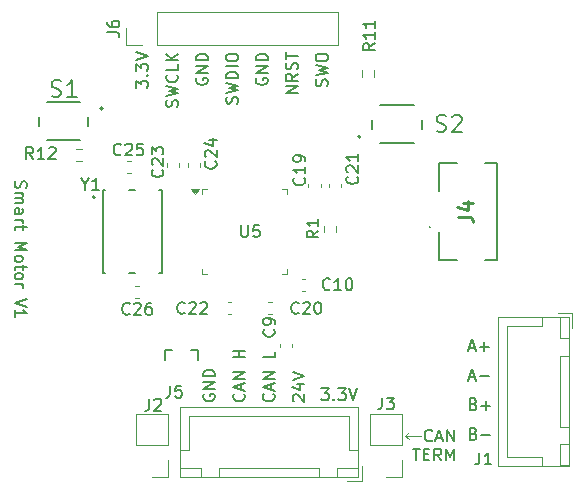
<source format=gbr>
%TF.GenerationSoftware,KiCad,Pcbnew,9.0.2*%
%TF.CreationDate,2025-07-23T20:38:51-05:00*%
%TF.ProjectId,Smart Motor,536d6172-7420-44d6-9f74-6f722e6b6963,rev?*%
%TF.SameCoordinates,Original*%
%TF.FileFunction,Legend,Top*%
%TF.FilePolarity,Positive*%
%FSLAX46Y46*%
G04 Gerber Fmt 4.6, Leading zero omitted, Abs format (unit mm)*
G04 Created by KiCad (PCBNEW 9.0.2) date 2025-07-23 20:38:51*
%MOMM*%
%LPD*%
G01*
G04 APERTURE LIST*
%ADD10C,0.100000*%
%ADD11C,0.150000*%
%ADD12C,0.254000*%
%ADD13C,0.200000*%
%ADD14C,0.120000*%
%ADD15C,0.127000*%
%ADD16C,0.203200*%
G04 APERTURE END LIST*
D10*
X154100000Y-142300000D02*
X154450000Y-142600000D01*
X154100000Y-142300000D02*
X154450000Y-142000000D01*
X155500000Y-142300000D02*
X154100000Y-142300000D01*
D11*
X156406077Y-142664636D02*
X156358458Y-142712256D01*
X156358458Y-142712256D02*
X156215601Y-142759875D01*
X156215601Y-142759875D02*
X156120363Y-142759875D01*
X156120363Y-142759875D02*
X155977506Y-142712256D01*
X155977506Y-142712256D02*
X155882268Y-142617017D01*
X155882268Y-142617017D02*
X155834649Y-142521779D01*
X155834649Y-142521779D02*
X155787030Y-142331303D01*
X155787030Y-142331303D02*
X155787030Y-142188446D01*
X155787030Y-142188446D02*
X155834649Y-141997970D01*
X155834649Y-141997970D02*
X155882268Y-141902732D01*
X155882268Y-141902732D02*
X155977506Y-141807494D01*
X155977506Y-141807494D02*
X156120363Y-141759875D01*
X156120363Y-141759875D02*
X156215601Y-141759875D01*
X156215601Y-141759875D02*
X156358458Y-141807494D01*
X156358458Y-141807494D02*
X156406077Y-141855113D01*
X156787030Y-142474160D02*
X157263220Y-142474160D01*
X156691792Y-142759875D02*
X157025125Y-141759875D01*
X157025125Y-141759875D02*
X157358458Y-142759875D01*
X157691792Y-142759875D02*
X157691792Y-141759875D01*
X157691792Y-141759875D02*
X158263220Y-142759875D01*
X158263220Y-142759875D02*
X158263220Y-141759875D01*
X154787030Y-143369819D02*
X155358458Y-143369819D01*
X155072744Y-144369819D02*
X155072744Y-143369819D01*
X155691792Y-143846009D02*
X156025125Y-143846009D01*
X156167982Y-144369819D02*
X155691792Y-144369819D01*
X155691792Y-144369819D02*
X155691792Y-143369819D01*
X155691792Y-143369819D02*
X156167982Y-143369819D01*
X157167982Y-144369819D02*
X156834649Y-143893628D01*
X156596554Y-144369819D02*
X156596554Y-143369819D01*
X156596554Y-143369819D02*
X156977506Y-143369819D01*
X156977506Y-143369819D02*
X157072744Y-143417438D01*
X157072744Y-143417438D02*
X157120363Y-143465057D01*
X157120363Y-143465057D02*
X157167982Y-143560295D01*
X157167982Y-143560295D02*
X157167982Y-143703152D01*
X157167982Y-143703152D02*
X157120363Y-143798390D01*
X157120363Y-143798390D02*
X157072744Y-143846009D01*
X157072744Y-143846009D02*
X156977506Y-143893628D01*
X156977506Y-143893628D02*
X156596554Y-143893628D01*
X157596554Y-144369819D02*
X157596554Y-143369819D01*
X157596554Y-143369819D02*
X157929887Y-144084104D01*
X157929887Y-144084104D02*
X158263220Y-143369819D01*
X158263220Y-143369819D02*
X158263220Y-144369819D01*
X147505533Y-112684649D02*
X147553152Y-112541792D01*
X147553152Y-112541792D02*
X147553152Y-112303697D01*
X147553152Y-112303697D02*
X147505533Y-112208459D01*
X147505533Y-112208459D02*
X147457913Y-112160840D01*
X147457913Y-112160840D02*
X147362675Y-112113221D01*
X147362675Y-112113221D02*
X147267437Y-112113221D01*
X147267437Y-112113221D02*
X147172199Y-112160840D01*
X147172199Y-112160840D02*
X147124580Y-112208459D01*
X147124580Y-112208459D02*
X147076961Y-112303697D01*
X147076961Y-112303697D02*
X147029342Y-112494173D01*
X147029342Y-112494173D02*
X146981723Y-112589411D01*
X146981723Y-112589411D02*
X146934104Y-112637030D01*
X146934104Y-112637030D02*
X146838866Y-112684649D01*
X146838866Y-112684649D02*
X146743628Y-112684649D01*
X146743628Y-112684649D02*
X146648390Y-112637030D01*
X146648390Y-112637030D02*
X146600771Y-112589411D01*
X146600771Y-112589411D02*
X146553152Y-112494173D01*
X146553152Y-112494173D02*
X146553152Y-112256078D01*
X146553152Y-112256078D02*
X146600771Y-112113221D01*
X146553152Y-111779887D02*
X147553152Y-111541792D01*
X147553152Y-111541792D02*
X146838866Y-111351316D01*
X146838866Y-111351316D02*
X147553152Y-111160840D01*
X147553152Y-111160840D02*
X146553152Y-110922745D01*
X146553152Y-110351316D02*
X146553152Y-110160840D01*
X146553152Y-110160840D02*
X146600771Y-110065602D01*
X146600771Y-110065602D02*
X146696009Y-109970364D01*
X146696009Y-109970364D02*
X146886485Y-109922745D01*
X146886485Y-109922745D02*
X147219818Y-109922745D01*
X147219818Y-109922745D02*
X147410294Y-109970364D01*
X147410294Y-109970364D02*
X147505533Y-110065602D01*
X147505533Y-110065602D02*
X147553152Y-110160840D01*
X147553152Y-110160840D02*
X147553152Y-110351316D01*
X147553152Y-110351316D02*
X147505533Y-110446554D01*
X147505533Y-110446554D02*
X147410294Y-110541792D01*
X147410294Y-110541792D02*
X147219818Y-110589411D01*
X147219818Y-110589411D02*
X146886485Y-110589411D01*
X146886485Y-110589411D02*
X146696009Y-110541792D01*
X146696009Y-110541792D02*
X146600771Y-110446554D01*
X146600771Y-110446554D02*
X146553152Y-110351316D01*
X145019819Y-113256078D02*
X144019819Y-113256078D01*
X144019819Y-113256078D02*
X145019819Y-112684650D01*
X145019819Y-112684650D02*
X144019819Y-112684650D01*
X145019819Y-111637031D02*
X144543628Y-111970364D01*
X145019819Y-112208459D02*
X144019819Y-112208459D01*
X144019819Y-112208459D02*
X144019819Y-111827507D01*
X144019819Y-111827507D02*
X144067438Y-111732269D01*
X144067438Y-111732269D02*
X144115057Y-111684650D01*
X144115057Y-111684650D02*
X144210295Y-111637031D01*
X144210295Y-111637031D02*
X144353152Y-111637031D01*
X144353152Y-111637031D02*
X144448390Y-111684650D01*
X144448390Y-111684650D02*
X144496009Y-111732269D01*
X144496009Y-111732269D02*
X144543628Y-111827507D01*
X144543628Y-111827507D02*
X144543628Y-112208459D01*
X144972200Y-111256078D02*
X145019819Y-111113221D01*
X145019819Y-111113221D02*
X145019819Y-110875126D01*
X145019819Y-110875126D02*
X144972200Y-110779888D01*
X144972200Y-110779888D02*
X144924580Y-110732269D01*
X144924580Y-110732269D02*
X144829342Y-110684650D01*
X144829342Y-110684650D02*
X144734104Y-110684650D01*
X144734104Y-110684650D02*
X144638866Y-110732269D01*
X144638866Y-110732269D02*
X144591247Y-110779888D01*
X144591247Y-110779888D02*
X144543628Y-110875126D01*
X144543628Y-110875126D02*
X144496009Y-111065602D01*
X144496009Y-111065602D02*
X144448390Y-111160840D01*
X144448390Y-111160840D02*
X144400771Y-111208459D01*
X144400771Y-111208459D02*
X144305533Y-111256078D01*
X144305533Y-111256078D02*
X144210295Y-111256078D01*
X144210295Y-111256078D02*
X144115057Y-111208459D01*
X144115057Y-111208459D02*
X144067438Y-111160840D01*
X144067438Y-111160840D02*
X144019819Y-111065602D01*
X144019819Y-111065602D02*
X144019819Y-110827507D01*
X144019819Y-110827507D02*
X144067438Y-110684650D01*
X144019819Y-110398935D02*
X144019819Y-109827507D01*
X145019819Y-110113221D02*
X144019819Y-110113221D01*
X141534104Y-112017983D02*
X141486485Y-112113221D01*
X141486485Y-112113221D02*
X141486485Y-112256078D01*
X141486485Y-112256078D02*
X141534104Y-112398935D01*
X141534104Y-112398935D02*
X141629342Y-112494173D01*
X141629342Y-112494173D02*
X141724580Y-112541792D01*
X141724580Y-112541792D02*
X141915056Y-112589411D01*
X141915056Y-112589411D02*
X142057913Y-112589411D01*
X142057913Y-112589411D02*
X142248389Y-112541792D01*
X142248389Y-112541792D02*
X142343627Y-112494173D01*
X142343627Y-112494173D02*
X142438866Y-112398935D01*
X142438866Y-112398935D02*
X142486485Y-112256078D01*
X142486485Y-112256078D02*
X142486485Y-112160840D01*
X142486485Y-112160840D02*
X142438866Y-112017983D01*
X142438866Y-112017983D02*
X142391246Y-111970364D01*
X142391246Y-111970364D02*
X142057913Y-111970364D01*
X142057913Y-111970364D02*
X142057913Y-112160840D01*
X142486485Y-111541792D02*
X141486485Y-111541792D01*
X141486485Y-111541792D02*
X142486485Y-110970364D01*
X142486485Y-110970364D02*
X141486485Y-110970364D01*
X142486485Y-110494173D02*
X141486485Y-110494173D01*
X141486485Y-110494173D02*
X141486485Y-110256078D01*
X141486485Y-110256078D02*
X141534104Y-110113221D01*
X141534104Y-110113221D02*
X141629342Y-110017983D01*
X141629342Y-110017983D02*
X141724580Y-109970364D01*
X141724580Y-109970364D02*
X141915056Y-109922745D01*
X141915056Y-109922745D02*
X142057913Y-109922745D01*
X142057913Y-109922745D02*
X142248389Y-109970364D01*
X142248389Y-109970364D02*
X142343627Y-110017983D01*
X142343627Y-110017983D02*
X142438866Y-110113221D01*
X142438866Y-110113221D02*
X142486485Y-110256078D01*
X142486485Y-110256078D02*
X142486485Y-110494173D01*
X139905533Y-114160839D02*
X139953152Y-114017982D01*
X139953152Y-114017982D02*
X139953152Y-113779887D01*
X139953152Y-113779887D02*
X139905533Y-113684649D01*
X139905533Y-113684649D02*
X139857913Y-113637030D01*
X139857913Y-113637030D02*
X139762675Y-113589411D01*
X139762675Y-113589411D02*
X139667437Y-113589411D01*
X139667437Y-113589411D02*
X139572199Y-113637030D01*
X139572199Y-113637030D02*
X139524580Y-113684649D01*
X139524580Y-113684649D02*
X139476961Y-113779887D01*
X139476961Y-113779887D02*
X139429342Y-113970363D01*
X139429342Y-113970363D02*
X139381723Y-114065601D01*
X139381723Y-114065601D02*
X139334104Y-114113220D01*
X139334104Y-114113220D02*
X139238866Y-114160839D01*
X139238866Y-114160839D02*
X139143628Y-114160839D01*
X139143628Y-114160839D02*
X139048390Y-114113220D01*
X139048390Y-114113220D02*
X139000771Y-114065601D01*
X139000771Y-114065601D02*
X138953152Y-113970363D01*
X138953152Y-113970363D02*
X138953152Y-113732268D01*
X138953152Y-113732268D02*
X139000771Y-113589411D01*
X138953152Y-113256077D02*
X139953152Y-113017982D01*
X139953152Y-113017982D02*
X139238866Y-112827506D01*
X139238866Y-112827506D02*
X139953152Y-112637030D01*
X139953152Y-112637030D02*
X138953152Y-112398935D01*
X139953152Y-112017982D02*
X138953152Y-112017982D01*
X138953152Y-112017982D02*
X138953152Y-111779887D01*
X138953152Y-111779887D02*
X139000771Y-111637030D01*
X139000771Y-111637030D02*
X139096009Y-111541792D01*
X139096009Y-111541792D02*
X139191247Y-111494173D01*
X139191247Y-111494173D02*
X139381723Y-111446554D01*
X139381723Y-111446554D02*
X139524580Y-111446554D01*
X139524580Y-111446554D02*
X139715056Y-111494173D01*
X139715056Y-111494173D02*
X139810294Y-111541792D01*
X139810294Y-111541792D02*
X139905533Y-111637030D01*
X139905533Y-111637030D02*
X139953152Y-111779887D01*
X139953152Y-111779887D02*
X139953152Y-112017982D01*
X139953152Y-111017982D02*
X138953152Y-111017982D01*
X138953152Y-110351316D02*
X138953152Y-110160840D01*
X138953152Y-110160840D02*
X139000771Y-110065602D01*
X139000771Y-110065602D02*
X139096009Y-109970364D01*
X139096009Y-109970364D02*
X139286485Y-109922745D01*
X139286485Y-109922745D02*
X139619818Y-109922745D01*
X139619818Y-109922745D02*
X139810294Y-109970364D01*
X139810294Y-109970364D02*
X139905533Y-110065602D01*
X139905533Y-110065602D02*
X139953152Y-110160840D01*
X139953152Y-110160840D02*
X139953152Y-110351316D01*
X139953152Y-110351316D02*
X139905533Y-110446554D01*
X139905533Y-110446554D02*
X139810294Y-110541792D01*
X139810294Y-110541792D02*
X139619818Y-110589411D01*
X139619818Y-110589411D02*
X139286485Y-110589411D01*
X139286485Y-110589411D02*
X139096009Y-110541792D01*
X139096009Y-110541792D02*
X139000771Y-110446554D01*
X139000771Y-110446554D02*
X138953152Y-110351316D01*
X136467438Y-112017983D02*
X136419819Y-112113221D01*
X136419819Y-112113221D02*
X136419819Y-112256078D01*
X136419819Y-112256078D02*
X136467438Y-112398935D01*
X136467438Y-112398935D02*
X136562676Y-112494173D01*
X136562676Y-112494173D02*
X136657914Y-112541792D01*
X136657914Y-112541792D02*
X136848390Y-112589411D01*
X136848390Y-112589411D02*
X136991247Y-112589411D01*
X136991247Y-112589411D02*
X137181723Y-112541792D01*
X137181723Y-112541792D02*
X137276961Y-112494173D01*
X137276961Y-112494173D02*
X137372200Y-112398935D01*
X137372200Y-112398935D02*
X137419819Y-112256078D01*
X137419819Y-112256078D02*
X137419819Y-112160840D01*
X137419819Y-112160840D02*
X137372200Y-112017983D01*
X137372200Y-112017983D02*
X137324580Y-111970364D01*
X137324580Y-111970364D02*
X136991247Y-111970364D01*
X136991247Y-111970364D02*
X136991247Y-112160840D01*
X137419819Y-111541792D02*
X136419819Y-111541792D01*
X136419819Y-111541792D02*
X137419819Y-110970364D01*
X137419819Y-110970364D02*
X136419819Y-110970364D01*
X137419819Y-110494173D02*
X136419819Y-110494173D01*
X136419819Y-110494173D02*
X136419819Y-110256078D01*
X136419819Y-110256078D02*
X136467438Y-110113221D01*
X136467438Y-110113221D02*
X136562676Y-110017983D01*
X136562676Y-110017983D02*
X136657914Y-109970364D01*
X136657914Y-109970364D02*
X136848390Y-109922745D01*
X136848390Y-109922745D02*
X136991247Y-109922745D01*
X136991247Y-109922745D02*
X137181723Y-109970364D01*
X137181723Y-109970364D02*
X137276961Y-110017983D01*
X137276961Y-110017983D02*
X137372200Y-110113221D01*
X137372200Y-110113221D02*
X137419819Y-110256078D01*
X137419819Y-110256078D02*
X137419819Y-110494173D01*
X134838866Y-114446554D02*
X134886485Y-114303697D01*
X134886485Y-114303697D02*
X134886485Y-114065602D01*
X134886485Y-114065602D02*
X134838866Y-113970364D01*
X134838866Y-113970364D02*
X134791246Y-113922745D01*
X134791246Y-113922745D02*
X134696008Y-113875126D01*
X134696008Y-113875126D02*
X134600770Y-113875126D01*
X134600770Y-113875126D02*
X134505532Y-113922745D01*
X134505532Y-113922745D02*
X134457913Y-113970364D01*
X134457913Y-113970364D02*
X134410294Y-114065602D01*
X134410294Y-114065602D02*
X134362675Y-114256078D01*
X134362675Y-114256078D02*
X134315056Y-114351316D01*
X134315056Y-114351316D02*
X134267437Y-114398935D01*
X134267437Y-114398935D02*
X134172199Y-114446554D01*
X134172199Y-114446554D02*
X134076961Y-114446554D01*
X134076961Y-114446554D02*
X133981723Y-114398935D01*
X133981723Y-114398935D02*
X133934104Y-114351316D01*
X133934104Y-114351316D02*
X133886485Y-114256078D01*
X133886485Y-114256078D02*
X133886485Y-114017983D01*
X133886485Y-114017983D02*
X133934104Y-113875126D01*
X133886485Y-113541792D02*
X134886485Y-113303697D01*
X134886485Y-113303697D02*
X134172199Y-113113221D01*
X134172199Y-113113221D02*
X134886485Y-112922745D01*
X134886485Y-112922745D02*
X133886485Y-112684650D01*
X134791246Y-111732269D02*
X134838866Y-111779888D01*
X134838866Y-111779888D02*
X134886485Y-111922745D01*
X134886485Y-111922745D02*
X134886485Y-112017983D01*
X134886485Y-112017983D02*
X134838866Y-112160840D01*
X134838866Y-112160840D02*
X134743627Y-112256078D01*
X134743627Y-112256078D02*
X134648389Y-112303697D01*
X134648389Y-112303697D02*
X134457913Y-112351316D01*
X134457913Y-112351316D02*
X134315056Y-112351316D01*
X134315056Y-112351316D02*
X134124580Y-112303697D01*
X134124580Y-112303697D02*
X134029342Y-112256078D01*
X134029342Y-112256078D02*
X133934104Y-112160840D01*
X133934104Y-112160840D02*
X133886485Y-112017983D01*
X133886485Y-112017983D02*
X133886485Y-111922745D01*
X133886485Y-111922745D02*
X133934104Y-111779888D01*
X133934104Y-111779888D02*
X133981723Y-111732269D01*
X134886485Y-110827507D02*
X134886485Y-111303697D01*
X134886485Y-111303697D02*
X133886485Y-111303697D01*
X134886485Y-110494173D02*
X133886485Y-110494173D01*
X134886485Y-109922745D02*
X134315056Y-110351316D01*
X133886485Y-109922745D02*
X134457913Y-110494173D01*
X131353152Y-112827506D02*
X131353152Y-112208459D01*
X131353152Y-112208459D02*
X131734104Y-112541792D01*
X131734104Y-112541792D02*
X131734104Y-112398935D01*
X131734104Y-112398935D02*
X131781723Y-112303697D01*
X131781723Y-112303697D02*
X131829342Y-112256078D01*
X131829342Y-112256078D02*
X131924580Y-112208459D01*
X131924580Y-112208459D02*
X132162675Y-112208459D01*
X132162675Y-112208459D02*
X132257913Y-112256078D01*
X132257913Y-112256078D02*
X132305533Y-112303697D01*
X132305533Y-112303697D02*
X132353152Y-112398935D01*
X132353152Y-112398935D02*
X132353152Y-112684649D01*
X132353152Y-112684649D02*
X132305533Y-112779887D01*
X132305533Y-112779887D02*
X132257913Y-112827506D01*
X132257913Y-111779887D02*
X132305533Y-111732268D01*
X132305533Y-111732268D02*
X132353152Y-111779887D01*
X132353152Y-111779887D02*
X132305533Y-111827506D01*
X132305533Y-111827506D02*
X132257913Y-111779887D01*
X132257913Y-111779887D02*
X132353152Y-111779887D01*
X131353152Y-111398935D02*
X131353152Y-110779888D01*
X131353152Y-110779888D02*
X131734104Y-111113221D01*
X131734104Y-111113221D02*
X131734104Y-110970364D01*
X131734104Y-110970364D02*
X131781723Y-110875126D01*
X131781723Y-110875126D02*
X131829342Y-110827507D01*
X131829342Y-110827507D02*
X131924580Y-110779888D01*
X131924580Y-110779888D02*
X132162675Y-110779888D01*
X132162675Y-110779888D02*
X132257913Y-110827507D01*
X132257913Y-110827507D02*
X132305533Y-110875126D01*
X132305533Y-110875126D02*
X132353152Y-110970364D01*
X132353152Y-110970364D02*
X132353152Y-111256078D01*
X132353152Y-111256078D02*
X132305533Y-111351316D01*
X132305533Y-111351316D02*
X132257913Y-111398935D01*
X131353152Y-110494173D02*
X132353152Y-110160840D01*
X132353152Y-110160840D02*
X131353152Y-109827507D01*
X137067438Y-138785911D02*
X137019819Y-138881149D01*
X137019819Y-138881149D02*
X137019819Y-139024006D01*
X137019819Y-139024006D02*
X137067438Y-139166863D01*
X137067438Y-139166863D02*
X137162676Y-139262101D01*
X137162676Y-139262101D02*
X137257914Y-139309720D01*
X137257914Y-139309720D02*
X137448390Y-139357339D01*
X137448390Y-139357339D02*
X137591247Y-139357339D01*
X137591247Y-139357339D02*
X137781723Y-139309720D01*
X137781723Y-139309720D02*
X137876961Y-139262101D01*
X137876961Y-139262101D02*
X137972200Y-139166863D01*
X137972200Y-139166863D02*
X138019819Y-139024006D01*
X138019819Y-139024006D02*
X138019819Y-138928768D01*
X138019819Y-138928768D02*
X137972200Y-138785911D01*
X137972200Y-138785911D02*
X137924580Y-138738292D01*
X137924580Y-138738292D02*
X137591247Y-138738292D01*
X137591247Y-138738292D02*
X137591247Y-138928768D01*
X138019819Y-138309720D02*
X137019819Y-138309720D01*
X137019819Y-138309720D02*
X138019819Y-137738292D01*
X138019819Y-137738292D02*
X137019819Y-137738292D01*
X138019819Y-137262101D02*
X137019819Y-137262101D01*
X137019819Y-137262101D02*
X137019819Y-137024006D01*
X137019819Y-137024006D02*
X137067438Y-136881149D01*
X137067438Y-136881149D02*
X137162676Y-136785911D01*
X137162676Y-136785911D02*
X137257914Y-136738292D01*
X137257914Y-136738292D02*
X137448390Y-136690673D01*
X137448390Y-136690673D02*
X137591247Y-136690673D01*
X137591247Y-136690673D02*
X137781723Y-136738292D01*
X137781723Y-136738292D02*
X137876961Y-136785911D01*
X137876961Y-136785911D02*
X137972200Y-136881149D01*
X137972200Y-136881149D02*
X138019819Y-137024006D01*
X138019819Y-137024006D02*
X138019819Y-137262101D01*
X147041541Y-138269819D02*
X147660588Y-138269819D01*
X147660588Y-138269819D02*
X147327255Y-138650771D01*
X147327255Y-138650771D02*
X147470112Y-138650771D01*
X147470112Y-138650771D02*
X147565350Y-138698390D01*
X147565350Y-138698390D02*
X147612969Y-138746009D01*
X147612969Y-138746009D02*
X147660588Y-138841247D01*
X147660588Y-138841247D02*
X147660588Y-139079342D01*
X147660588Y-139079342D02*
X147612969Y-139174580D01*
X147612969Y-139174580D02*
X147565350Y-139222200D01*
X147565350Y-139222200D02*
X147470112Y-139269819D01*
X147470112Y-139269819D02*
X147184398Y-139269819D01*
X147184398Y-139269819D02*
X147089160Y-139222200D01*
X147089160Y-139222200D02*
X147041541Y-139174580D01*
X148089160Y-139174580D02*
X148136779Y-139222200D01*
X148136779Y-139222200D02*
X148089160Y-139269819D01*
X148089160Y-139269819D02*
X148041541Y-139222200D01*
X148041541Y-139222200D02*
X148089160Y-139174580D01*
X148089160Y-139174580D02*
X148089160Y-139269819D01*
X148470112Y-138269819D02*
X149089159Y-138269819D01*
X149089159Y-138269819D02*
X148755826Y-138650771D01*
X148755826Y-138650771D02*
X148898683Y-138650771D01*
X148898683Y-138650771D02*
X148993921Y-138698390D01*
X148993921Y-138698390D02*
X149041540Y-138746009D01*
X149041540Y-138746009D02*
X149089159Y-138841247D01*
X149089159Y-138841247D02*
X149089159Y-139079342D01*
X149089159Y-139079342D02*
X149041540Y-139174580D01*
X149041540Y-139174580D02*
X148993921Y-139222200D01*
X148993921Y-139222200D02*
X148898683Y-139269819D01*
X148898683Y-139269819D02*
X148612969Y-139269819D01*
X148612969Y-139269819D02*
X148517731Y-139222200D01*
X148517731Y-139222200D02*
X148470112Y-139174580D01*
X149374874Y-138269819D02*
X149708207Y-139269819D01*
X149708207Y-139269819D02*
X150041540Y-138269819D01*
X144690057Y-139357339D02*
X144642438Y-139309720D01*
X144642438Y-139309720D02*
X144594819Y-139214482D01*
X144594819Y-139214482D02*
X144594819Y-138976387D01*
X144594819Y-138976387D02*
X144642438Y-138881149D01*
X144642438Y-138881149D02*
X144690057Y-138833530D01*
X144690057Y-138833530D02*
X144785295Y-138785911D01*
X144785295Y-138785911D02*
X144880533Y-138785911D01*
X144880533Y-138785911D02*
X145023390Y-138833530D01*
X145023390Y-138833530D02*
X145594819Y-139404958D01*
X145594819Y-139404958D02*
X145594819Y-138785911D01*
X144928152Y-137928768D02*
X145594819Y-137928768D01*
X144547200Y-138166863D02*
X145261485Y-138404958D01*
X145261485Y-138404958D02*
X145261485Y-137785911D01*
X144594819Y-137547815D02*
X145594819Y-137214482D01*
X145594819Y-137214482D02*
X144594819Y-136881149D01*
X142974580Y-138738292D02*
X143022200Y-138785911D01*
X143022200Y-138785911D02*
X143069819Y-138928768D01*
X143069819Y-138928768D02*
X143069819Y-139024006D01*
X143069819Y-139024006D02*
X143022200Y-139166863D01*
X143022200Y-139166863D02*
X142926961Y-139262101D01*
X142926961Y-139262101D02*
X142831723Y-139309720D01*
X142831723Y-139309720D02*
X142641247Y-139357339D01*
X142641247Y-139357339D02*
X142498390Y-139357339D01*
X142498390Y-139357339D02*
X142307914Y-139309720D01*
X142307914Y-139309720D02*
X142212676Y-139262101D01*
X142212676Y-139262101D02*
X142117438Y-139166863D01*
X142117438Y-139166863D02*
X142069819Y-139024006D01*
X142069819Y-139024006D02*
X142069819Y-138928768D01*
X142069819Y-138928768D02*
X142117438Y-138785911D01*
X142117438Y-138785911D02*
X142165057Y-138738292D01*
X142784104Y-138357339D02*
X142784104Y-137881149D01*
X143069819Y-138452577D02*
X142069819Y-138119244D01*
X142069819Y-138119244D02*
X143069819Y-137785911D01*
X143069819Y-137452577D02*
X142069819Y-137452577D01*
X142069819Y-137452577D02*
X143069819Y-136881149D01*
X143069819Y-136881149D02*
X142069819Y-136881149D01*
X143069819Y-135166863D02*
X143069819Y-135643053D01*
X143069819Y-135643053D02*
X142069819Y-135643053D01*
X140449580Y-138738292D02*
X140497200Y-138785911D01*
X140497200Y-138785911D02*
X140544819Y-138928768D01*
X140544819Y-138928768D02*
X140544819Y-139024006D01*
X140544819Y-139024006D02*
X140497200Y-139166863D01*
X140497200Y-139166863D02*
X140401961Y-139262101D01*
X140401961Y-139262101D02*
X140306723Y-139309720D01*
X140306723Y-139309720D02*
X140116247Y-139357339D01*
X140116247Y-139357339D02*
X139973390Y-139357339D01*
X139973390Y-139357339D02*
X139782914Y-139309720D01*
X139782914Y-139309720D02*
X139687676Y-139262101D01*
X139687676Y-139262101D02*
X139592438Y-139166863D01*
X139592438Y-139166863D02*
X139544819Y-139024006D01*
X139544819Y-139024006D02*
X139544819Y-138928768D01*
X139544819Y-138928768D02*
X139592438Y-138785911D01*
X139592438Y-138785911D02*
X139640057Y-138738292D01*
X140259104Y-138357339D02*
X140259104Y-137881149D01*
X140544819Y-138452577D02*
X139544819Y-138119244D01*
X139544819Y-138119244D02*
X140544819Y-137785911D01*
X140544819Y-137452577D02*
X139544819Y-137452577D01*
X139544819Y-137452577D02*
X140544819Y-136881149D01*
X140544819Y-136881149D02*
X139544819Y-136881149D01*
X140544819Y-135643053D02*
X139544819Y-135643053D01*
X140021009Y-135643053D02*
X140021009Y-135071625D01*
X140544819Y-135071625D02*
X139544819Y-135071625D01*
X159920112Y-142096009D02*
X160062969Y-142143628D01*
X160062969Y-142143628D02*
X160110588Y-142191247D01*
X160110588Y-142191247D02*
X160158207Y-142286485D01*
X160158207Y-142286485D02*
X160158207Y-142429342D01*
X160158207Y-142429342D02*
X160110588Y-142524580D01*
X160110588Y-142524580D02*
X160062969Y-142572200D01*
X160062969Y-142572200D02*
X159967731Y-142619819D01*
X159967731Y-142619819D02*
X159586779Y-142619819D01*
X159586779Y-142619819D02*
X159586779Y-141619819D01*
X159586779Y-141619819D02*
X159920112Y-141619819D01*
X159920112Y-141619819D02*
X160015350Y-141667438D01*
X160015350Y-141667438D02*
X160062969Y-141715057D01*
X160062969Y-141715057D02*
X160110588Y-141810295D01*
X160110588Y-141810295D02*
X160110588Y-141905533D01*
X160110588Y-141905533D02*
X160062969Y-142000771D01*
X160062969Y-142000771D02*
X160015350Y-142048390D01*
X160015350Y-142048390D02*
X159920112Y-142096009D01*
X159920112Y-142096009D02*
X159586779Y-142096009D01*
X160586779Y-142238866D02*
X161348684Y-142238866D01*
X159920112Y-139596009D02*
X160062969Y-139643628D01*
X160062969Y-139643628D02*
X160110588Y-139691247D01*
X160110588Y-139691247D02*
X160158207Y-139786485D01*
X160158207Y-139786485D02*
X160158207Y-139929342D01*
X160158207Y-139929342D02*
X160110588Y-140024580D01*
X160110588Y-140024580D02*
X160062969Y-140072200D01*
X160062969Y-140072200D02*
X159967731Y-140119819D01*
X159967731Y-140119819D02*
X159586779Y-140119819D01*
X159586779Y-140119819D02*
X159586779Y-139119819D01*
X159586779Y-139119819D02*
X159920112Y-139119819D01*
X159920112Y-139119819D02*
X160015350Y-139167438D01*
X160015350Y-139167438D02*
X160062969Y-139215057D01*
X160062969Y-139215057D02*
X160110588Y-139310295D01*
X160110588Y-139310295D02*
X160110588Y-139405533D01*
X160110588Y-139405533D02*
X160062969Y-139500771D01*
X160062969Y-139500771D02*
X160015350Y-139548390D01*
X160015350Y-139548390D02*
X159920112Y-139596009D01*
X159920112Y-139596009D02*
X159586779Y-139596009D01*
X160586779Y-139738866D02*
X161348684Y-139738866D01*
X160967731Y-140119819D02*
X160967731Y-139357914D01*
X121127800Y-120739160D02*
X121080180Y-120882017D01*
X121080180Y-120882017D02*
X121080180Y-121120112D01*
X121080180Y-121120112D02*
X121127800Y-121215350D01*
X121127800Y-121215350D02*
X121175419Y-121262969D01*
X121175419Y-121262969D02*
X121270657Y-121310588D01*
X121270657Y-121310588D02*
X121365895Y-121310588D01*
X121365895Y-121310588D02*
X121461133Y-121262969D01*
X121461133Y-121262969D02*
X121508752Y-121215350D01*
X121508752Y-121215350D02*
X121556371Y-121120112D01*
X121556371Y-121120112D02*
X121603990Y-120929636D01*
X121603990Y-120929636D02*
X121651609Y-120834398D01*
X121651609Y-120834398D02*
X121699228Y-120786779D01*
X121699228Y-120786779D02*
X121794466Y-120739160D01*
X121794466Y-120739160D02*
X121889704Y-120739160D01*
X121889704Y-120739160D02*
X121984942Y-120786779D01*
X121984942Y-120786779D02*
X122032561Y-120834398D01*
X122032561Y-120834398D02*
X122080180Y-120929636D01*
X122080180Y-120929636D02*
X122080180Y-121167731D01*
X122080180Y-121167731D02*
X122032561Y-121310588D01*
X121080180Y-121739160D02*
X121746847Y-121739160D01*
X121651609Y-121739160D02*
X121699228Y-121786779D01*
X121699228Y-121786779D02*
X121746847Y-121882017D01*
X121746847Y-121882017D02*
X121746847Y-122024874D01*
X121746847Y-122024874D02*
X121699228Y-122120112D01*
X121699228Y-122120112D02*
X121603990Y-122167731D01*
X121603990Y-122167731D02*
X121080180Y-122167731D01*
X121603990Y-122167731D02*
X121699228Y-122215350D01*
X121699228Y-122215350D02*
X121746847Y-122310588D01*
X121746847Y-122310588D02*
X121746847Y-122453445D01*
X121746847Y-122453445D02*
X121699228Y-122548684D01*
X121699228Y-122548684D02*
X121603990Y-122596303D01*
X121603990Y-122596303D02*
X121080180Y-122596303D01*
X121080180Y-123501064D02*
X121603990Y-123501064D01*
X121603990Y-123501064D02*
X121699228Y-123453445D01*
X121699228Y-123453445D02*
X121746847Y-123358207D01*
X121746847Y-123358207D02*
X121746847Y-123167731D01*
X121746847Y-123167731D02*
X121699228Y-123072493D01*
X121127800Y-123501064D02*
X121080180Y-123405826D01*
X121080180Y-123405826D02*
X121080180Y-123167731D01*
X121080180Y-123167731D02*
X121127800Y-123072493D01*
X121127800Y-123072493D02*
X121223038Y-123024874D01*
X121223038Y-123024874D02*
X121318276Y-123024874D01*
X121318276Y-123024874D02*
X121413514Y-123072493D01*
X121413514Y-123072493D02*
X121461133Y-123167731D01*
X121461133Y-123167731D02*
X121461133Y-123405826D01*
X121461133Y-123405826D02*
X121508752Y-123501064D01*
X121080180Y-123977255D02*
X121746847Y-123977255D01*
X121556371Y-123977255D02*
X121651609Y-124024874D01*
X121651609Y-124024874D02*
X121699228Y-124072493D01*
X121699228Y-124072493D02*
X121746847Y-124167731D01*
X121746847Y-124167731D02*
X121746847Y-124262969D01*
X121746847Y-124453446D02*
X121746847Y-124834398D01*
X122080180Y-124596303D02*
X121223038Y-124596303D01*
X121223038Y-124596303D02*
X121127800Y-124643922D01*
X121127800Y-124643922D02*
X121080180Y-124739160D01*
X121080180Y-124739160D02*
X121080180Y-124834398D01*
X121080180Y-125929637D02*
X122080180Y-125929637D01*
X122080180Y-125929637D02*
X121365895Y-126262970D01*
X121365895Y-126262970D02*
X122080180Y-126596303D01*
X122080180Y-126596303D02*
X121080180Y-126596303D01*
X121080180Y-127215351D02*
X121127800Y-127120113D01*
X121127800Y-127120113D02*
X121175419Y-127072494D01*
X121175419Y-127072494D02*
X121270657Y-127024875D01*
X121270657Y-127024875D02*
X121556371Y-127024875D01*
X121556371Y-127024875D02*
X121651609Y-127072494D01*
X121651609Y-127072494D02*
X121699228Y-127120113D01*
X121699228Y-127120113D02*
X121746847Y-127215351D01*
X121746847Y-127215351D02*
X121746847Y-127358208D01*
X121746847Y-127358208D02*
X121699228Y-127453446D01*
X121699228Y-127453446D02*
X121651609Y-127501065D01*
X121651609Y-127501065D02*
X121556371Y-127548684D01*
X121556371Y-127548684D02*
X121270657Y-127548684D01*
X121270657Y-127548684D02*
X121175419Y-127501065D01*
X121175419Y-127501065D02*
X121127800Y-127453446D01*
X121127800Y-127453446D02*
X121080180Y-127358208D01*
X121080180Y-127358208D02*
X121080180Y-127215351D01*
X121746847Y-127834399D02*
X121746847Y-128215351D01*
X122080180Y-127977256D02*
X121223038Y-127977256D01*
X121223038Y-127977256D02*
X121127800Y-128024875D01*
X121127800Y-128024875D02*
X121080180Y-128120113D01*
X121080180Y-128120113D02*
X121080180Y-128215351D01*
X121080180Y-128691542D02*
X121127800Y-128596304D01*
X121127800Y-128596304D02*
X121175419Y-128548685D01*
X121175419Y-128548685D02*
X121270657Y-128501066D01*
X121270657Y-128501066D02*
X121556371Y-128501066D01*
X121556371Y-128501066D02*
X121651609Y-128548685D01*
X121651609Y-128548685D02*
X121699228Y-128596304D01*
X121699228Y-128596304D02*
X121746847Y-128691542D01*
X121746847Y-128691542D02*
X121746847Y-128834399D01*
X121746847Y-128834399D02*
X121699228Y-128929637D01*
X121699228Y-128929637D02*
X121651609Y-128977256D01*
X121651609Y-128977256D02*
X121556371Y-129024875D01*
X121556371Y-129024875D02*
X121270657Y-129024875D01*
X121270657Y-129024875D02*
X121175419Y-128977256D01*
X121175419Y-128977256D02*
X121127800Y-128929637D01*
X121127800Y-128929637D02*
X121080180Y-128834399D01*
X121080180Y-128834399D02*
X121080180Y-128691542D01*
X121080180Y-129453447D02*
X121746847Y-129453447D01*
X121556371Y-129453447D02*
X121651609Y-129501066D01*
X121651609Y-129501066D02*
X121699228Y-129548685D01*
X121699228Y-129548685D02*
X121746847Y-129643923D01*
X121746847Y-129643923D02*
X121746847Y-129739161D01*
X122080180Y-130691543D02*
X121080180Y-131024876D01*
X121080180Y-131024876D02*
X122080180Y-131358209D01*
X121080180Y-132215352D02*
X121080180Y-131643924D01*
X121080180Y-131929638D02*
X122080180Y-131929638D01*
X122080180Y-131929638D02*
X121937323Y-131834400D01*
X121937323Y-131834400D02*
X121842085Y-131739162D01*
X121842085Y-131739162D02*
X121794466Y-131643924D01*
X159539160Y-134834104D02*
X160015350Y-134834104D01*
X159443922Y-135119819D02*
X159777255Y-134119819D01*
X159777255Y-134119819D02*
X160110588Y-135119819D01*
X160443922Y-134738866D02*
X161205827Y-134738866D01*
X160824874Y-135119819D02*
X160824874Y-134357914D01*
X159539160Y-137334104D02*
X160015350Y-137334104D01*
X159443922Y-137619819D02*
X159777255Y-136619819D01*
X159777255Y-136619819D02*
X160110588Y-137619819D01*
X160443922Y-137238866D02*
X161205827Y-137238866D01*
D12*
X158614318Y-123724332D02*
X159521461Y-123724332D01*
X159521461Y-123724332D02*
X159702889Y-123784809D01*
X159702889Y-123784809D02*
X159823842Y-123905761D01*
X159823842Y-123905761D02*
X159884318Y-124087190D01*
X159884318Y-124087190D02*
X159884318Y-124208142D01*
X159037651Y-122575285D02*
X159884318Y-122575285D01*
X158553842Y-122877666D02*
X159460984Y-123180047D01*
X159460984Y-123180047D02*
X159460984Y-122393856D01*
D11*
X130057142Y-118459580D02*
X130009523Y-118507200D01*
X130009523Y-118507200D02*
X129866666Y-118554819D01*
X129866666Y-118554819D02*
X129771428Y-118554819D01*
X129771428Y-118554819D02*
X129628571Y-118507200D01*
X129628571Y-118507200D02*
X129533333Y-118411961D01*
X129533333Y-118411961D02*
X129485714Y-118316723D01*
X129485714Y-118316723D02*
X129438095Y-118126247D01*
X129438095Y-118126247D02*
X129438095Y-117983390D01*
X129438095Y-117983390D02*
X129485714Y-117792914D01*
X129485714Y-117792914D02*
X129533333Y-117697676D01*
X129533333Y-117697676D02*
X129628571Y-117602438D01*
X129628571Y-117602438D02*
X129771428Y-117554819D01*
X129771428Y-117554819D02*
X129866666Y-117554819D01*
X129866666Y-117554819D02*
X130009523Y-117602438D01*
X130009523Y-117602438D02*
X130057142Y-117650057D01*
X130438095Y-117650057D02*
X130485714Y-117602438D01*
X130485714Y-117602438D02*
X130580952Y-117554819D01*
X130580952Y-117554819D02*
X130819047Y-117554819D01*
X130819047Y-117554819D02*
X130914285Y-117602438D01*
X130914285Y-117602438D02*
X130961904Y-117650057D01*
X130961904Y-117650057D02*
X131009523Y-117745295D01*
X131009523Y-117745295D02*
X131009523Y-117840533D01*
X131009523Y-117840533D02*
X130961904Y-117983390D01*
X130961904Y-117983390D02*
X130390476Y-118554819D01*
X130390476Y-118554819D02*
X131009523Y-118554819D01*
X131914285Y-117554819D02*
X131438095Y-117554819D01*
X131438095Y-117554819D02*
X131390476Y-118031009D01*
X131390476Y-118031009D02*
X131438095Y-117983390D01*
X131438095Y-117983390D02*
X131533333Y-117935771D01*
X131533333Y-117935771D02*
X131771428Y-117935771D01*
X131771428Y-117935771D02*
X131866666Y-117983390D01*
X131866666Y-117983390D02*
X131914285Y-118031009D01*
X131914285Y-118031009D02*
X131961904Y-118126247D01*
X131961904Y-118126247D02*
X131961904Y-118364342D01*
X131961904Y-118364342D02*
X131914285Y-118459580D01*
X131914285Y-118459580D02*
X131866666Y-118507200D01*
X131866666Y-118507200D02*
X131771428Y-118554819D01*
X131771428Y-118554819D02*
X131533333Y-118554819D01*
X131533333Y-118554819D02*
X131438095Y-118507200D01*
X131438095Y-118507200D02*
X131390476Y-118459580D01*
X145107142Y-131859580D02*
X145059523Y-131907200D01*
X145059523Y-131907200D02*
X144916666Y-131954819D01*
X144916666Y-131954819D02*
X144821428Y-131954819D01*
X144821428Y-131954819D02*
X144678571Y-131907200D01*
X144678571Y-131907200D02*
X144583333Y-131811961D01*
X144583333Y-131811961D02*
X144535714Y-131716723D01*
X144535714Y-131716723D02*
X144488095Y-131526247D01*
X144488095Y-131526247D02*
X144488095Y-131383390D01*
X144488095Y-131383390D02*
X144535714Y-131192914D01*
X144535714Y-131192914D02*
X144583333Y-131097676D01*
X144583333Y-131097676D02*
X144678571Y-131002438D01*
X144678571Y-131002438D02*
X144821428Y-130954819D01*
X144821428Y-130954819D02*
X144916666Y-130954819D01*
X144916666Y-130954819D02*
X145059523Y-131002438D01*
X145059523Y-131002438D02*
X145107142Y-131050057D01*
X145488095Y-131050057D02*
X145535714Y-131002438D01*
X145535714Y-131002438D02*
X145630952Y-130954819D01*
X145630952Y-130954819D02*
X145869047Y-130954819D01*
X145869047Y-130954819D02*
X145964285Y-131002438D01*
X145964285Y-131002438D02*
X146011904Y-131050057D01*
X146011904Y-131050057D02*
X146059523Y-131145295D01*
X146059523Y-131145295D02*
X146059523Y-131240533D01*
X146059523Y-131240533D02*
X146011904Y-131383390D01*
X146011904Y-131383390D02*
X145440476Y-131954819D01*
X145440476Y-131954819D02*
X146059523Y-131954819D01*
X146678571Y-130954819D02*
X146773809Y-130954819D01*
X146773809Y-130954819D02*
X146869047Y-131002438D01*
X146869047Y-131002438D02*
X146916666Y-131050057D01*
X146916666Y-131050057D02*
X146964285Y-131145295D01*
X146964285Y-131145295D02*
X147011904Y-131335771D01*
X147011904Y-131335771D02*
X147011904Y-131573866D01*
X147011904Y-131573866D02*
X146964285Y-131764342D01*
X146964285Y-131764342D02*
X146916666Y-131859580D01*
X146916666Y-131859580D02*
X146869047Y-131907200D01*
X146869047Y-131907200D02*
X146773809Y-131954819D01*
X146773809Y-131954819D02*
X146678571Y-131954819D01*
X146678571Y-131954819D02*
X146583333Y-131907200D01*
X146583333Y-131907200D02*
X146535714Y-131859580D01*
X146535714Y-131859580D02*
X146488095Y-131764342D01*
X146488095Y-131764342D02*
X146440476Y-131573866D01*
X146440476Y-131573866D02*
X146440476Y-131335771D01*
X146440476Y-131335771D02*
X146488095Y-131145295D01*
X146488095Y-131145295D02*
X146535714Y-131050057D01*
X146535714Y-131050057D02*
X146583333Y-131002438D01*
X146583333Y-131002438D02*
X146678571Y-130954819D01*
X130794642Y-131939580D02*
X130747023Y-131987200D01*
X130747023Y-131987200D02*
X130604166Y-132034819D01*
X130604166Y-132034819D02*
X130508928Y-132034819D01*
X130508928Y-132034819D02*
X130366071Y-131987200D01*
X130366071Y-131987200D02*
X130270833Y-131891961D01*
X130270833Y-131891961D02*
X130223214Y-131796723D01*
X130223214Y-131796723D02*
X130175595Y-131606247D01*
X130175595Y-131606247D02*
X130175595Y-131463390D01*
X130175595Y-131463390D02*
X130223214Y-131272914D01*
X130223214Y-131272914D02*
X130270833Y-131177676D01*
X130270833Y-131177676D02*
X130366071Y-131082438D01*
X130366071Y-131082438D02*
X130508928Y-131034819D01*
X130508928Y-131034819D02*
X130604166Y-131034819D01*
X130604166Y-131034819D02*
X130747023Y-131082438D01*
X130747023Y-131082438D02*
X130794642Y-131130057D01*
X131175595Y-131130057D02*
X131223214Y-131082438D01*
X131223214Y-131082438D02*
X131318452Y-131034819D01*
X131318452Y-131034819D02*
X131556547Y-131034819D01*
X131556547Y-131034819D02*
X131651785Y-131082438D01*
X131651785Y-131082438D02*
X131699404Y-131130057D01*
X131699404Y-131130057D02*
X131747023Y-131225295D01*
X131747023Y-131225295D02*
X131747023Y-131320533D01*
X131747023Y-131320533D02*
X131699404Y-131463390D01*
X131699404Y-131463390D02*
X131127976Y-132034819D01*
X131127976Y-132034819D02*
X131747023Y-132034819D01*
X132604166Y-131034819D02*
X132413690Y-131034819D01*
X132413690Y-131034819D02*
X132318452Y-131082438D01*
X132318452Y-131082438D02*
X132270833Y-131130057D01*
X132270833Y-131130057D02*
X132175595Y-131272914D01*
X132175595Y-131272914D02*
X132127976Y-131463390D01*
X132127976Y-131463390D02*
X132127976Y-131844342D01*
X132127976Y-131844342D02*
X132175595Y-131939580D01*
X132175595Y-131939580D02*
X132223214Y-131987200D01*
X132223214Y-131987200D02*
X132318452Y-132034819D01*
X132318452Y-132034819D02*
X132508928Y-132034819D01*
X132508928Y-132034819D02*
X132604166Y-131987200D01*
X132604166Y-131987200D02*
X132651785Y-131939580D01*
X132651785Y-131939580D02*
X132699404Y-131844342D01*
X132699404Y-131844342D02*
X132699404Y-131606247D01*
X132699404Y-131606247D02*
X132651785Y-131511009D01*
X132651785Y-131511009D02*
X132604166Y-131463390D01*
X132604166Y-131463390D02*
X132508928Y-131415771D01*
X132508928Y-131415771D02*
X132318452Y-131415771D01*
X132318452Y-131415771D02*
X132223214Y-131463390D01*
X132223214Y-131463390D02*
X132175595Y-131511009D01*
X132175595Y-131511009D02*
X132127976Y-131606247D01*
X135457142Y-131859580D02*
X135409523Y-131907200D01*
X135409523Y-131907200D02*
X135266666Y-131954819D01*
X135266666Y-131954819D02*
X135171428Y-131954819D01*
X135171428Y-131954819D02*
X135028571Y-131907200D01*
X135028571Y-131907200D02*
X134933333Y-131811961D01*
X134933333Y-131811961D02*
X134885714Y-131716723D01*
X134885714Y-131716723D02*
X134838095Y-131526247D01*
X134838095Y-131526247D02*
X134838095Y-131383390D01*
X134838095Y-131383390D02*
X134885714Y-131192914D01*
X134885714Y-131192914D02*
X134933333Y-131097676D01*
X134933333Y-131097676D02*
X135028571Y-131002438D01*
X135028571Y-131002438D02*
X135171428Y-130954819D01*
X135171428Y-130954819D02*
X135266666Y-130954819D01*
X135266666Y-130954819D02*
X135409523Y-131002438D01*
X135409523Y-131002438D02*
X135457142Y-131050057D01*
X135838095Y-131050057D02*
X135885714Y-131002438D01*
X135885714Y-131002438D02*
X135980952Y-130954819D01*
X135980952Y-130954819D02*
X136219047Y-130954819D01*
X136219047Y-130954819D02*
X136314285Y-131002438D01*
X136314285Y-131002438D02*
X136361904Y-131050057D01*
X136361904Y-131050057D02*
X136409523Y-131145295D01*
X136409523Y-131145295D02*
X136409523Y-131240533D01*
X136409523Y-131240533D02*
X136361904Y-131383390D01*
X136361904Y-131383390D02*
X135790476Y-131954819D01*
X135790476Y-131954819D02*
X136409523Y-131954819D01*
X136790476Y-131050057D02*
X136838095Y-131002438D01*
X136838095Y-131002438D02*
X136933333Y-130954819D01*
X136933333Y-130954819D02*
X137171428Y-130954819D01*
X137171428Y-130954819D02*
X137266666Y-131002438D01*
X137266666Y-131002438D02*
X137314285Y-131050057D01*
X137314285Y-131050057D02*
X137361904Y-131145295D01*
X137361904Y-131145295D02*
X137361904Y-131240533D01*
X137361904Y-131240533D02*
X137314285Y-131383390D01*
X137314285Y-131383390D02*
X136742857Y-131954819D01*
X136742857Y-131954819D02*
X137361904Y-131954819D01*
X156783333Y-116473200D02*
X156983333Y-116539866D01*
X156983333Y-116539866D02*
X157316667Y-116539866D01*
X157316667Y-116539866D02*
X157450000Y-116473200D01*
X157450000Y-116473200D02*
X157516667Y-116406533D01*
X157516667Y-116406533D02*
X157583333Y-116273200D01*
X157583333Y-116273200D02*
X157583333Y-116139866D01*
X157583333Y-116139866D02*
X157516667Y-116006533D01*
X157516667Y-116006533D02*
X157450000Y-115939866D01*
X157450000Y-115939866D02*
X157316667Y-115873200D01*
X157316667Y-115873200D02*
X157050000Y-115806533D01*
X157050000Y-115806533D02*
X156916667Y-115739866D01*
X156916667Y-115739866D02*
X156850000Y-115673200D01*
X156850000Y-115673200D02*
X156783333Y-115539866D01*
X156783333Y-115539866D02*
X156783333Y-115406533D01*
X156783333Y-115406533D02*
X156850000Y-115273200D01*
X156850000Y-115273200D02*
X156916667Y-115206533D01*
X156916667Y-115206533D02*
X157050000Y-115139866D01*
X157050000Y-115139866D02*
X157383333Y-115139866D01*
X157383333Y-115139866D02*
X157583333Y-115206533D01*
X158116666Y-115273200D02*
X158183333Y-115206533D01*
X158183333Y-115206533D02*
X158316666Y-115139866D01*
X158316666Y-115139866D02*
X158650000Y-115139866D01*
X158650000Y-115139866D02*
X158783333Y-115206533D01*
X158783333Y-115206533D02*
X158850000Y-115273200D01*
X158850000Y-115273200D02*
X158916666Y-115406533D01*
X158916666Y-115406533D02*
X158916666Y-115539866D01*
X158916666Y-115539866D02*
X158850000Y-115739866D01*
X158850000Y-115739866D02*
X158050000Y-116539866D01*
X158050000Y-116539866D02*
X158916666Y-116539866D01*
X122629642Y-118854819D02*
X122296309Y-118378628D01*
X122058214Y-118854819D02*
X122058214Y-117854819D01*
X122058214Y-117854819D02*
X122439166Y-117854819D01*
X122439166Y-117854819D02*
X122534404Y-117902438D01*
X122534404Y-117902438D02*
X122582023Y-117950057D01*
X122582023Y-117950057D02*
X122629642Y-118045295D01*
X122629642Y-118045295D02*
X122629642Y-118188152D01*
X122629642Y-118188152D02*
X122582023Y-118283390D01*
X122582023Y-118283390D02*
X122534404Y-118331009D01*
X122534404Y-118331009D02*
X122439166Y-118378628D01*
X122439166Y-118378628D02*
X122058214Y-118378628D01*
X123582023Y-118854819D02*
X123010595Y-118854819D01*
X123296309Y-118854819D02*
X123296309Y-117854819D01*
X123296309Y-117854819D02*
X123201071Y-117997676D01*
X123201071Y-117997676D02*
X123105833Y-118092914D01*
X123105833Y-118092914D02*
X123010595Y-118140533D01*
X123962976Y-117950057D02*
X124010595Y-117902438D01*
X124010595Y-117902438D02*
X124105833Y-117854819D01*
X124105833Y-117854819D02*
X124343928Y-117854819D01*
X124343928Y-117854819D02*
X124439166Y-117902438D01*
X124439166Y-117902438D02*
X124486785Y-117950057D01*
X124486785Y-117950057D02*
X124534404Y-118045295D01*
X124534404Y-118045295D02*
X124534404Y-118140533D01*
X124534404Y-118140533D02*
X124486785Y-118283390D01*
X124486785Y-118283390D02*
X123915357Y-118854819D01*
X123915357Y-118854819D02*
X124534404Y-118854819D01*
X132466666Y-139154819D02*
X132466666Y-139869104D01*
X132466666Y-139869104D02*
X132419047Y-140011961D01*
X132419047Y-140011961D02*
X132323809Y-140107200D01*
X132323809Y-140107200D02*
X132180952Y-140154819D01*
X132180952Y-140154819D02*
X132085714Y-140154819D01*
X132895238Y-139250057D02*
X132942857Y-139202438D01*
X132942857Y-139202438D02*
X133038095Y-139154819D01*
X133038095Y-139154819D02*
X133276190Y-139154819D01*
X133276190Y-139154819D02*
X133371428Y-139202438D01*
X133371428Y-139202438D02*
X133419047Y-139250057D01*
X133419047Y-139250057D02*
X133466666Y-139345295D01*
X133466666Y-139345295D02*
X133466666Y-139440533D01*
X133466666Y-139440533D02*
X133419047Y-139583390D01*
X133419047Y-139583390D02*
X132847619Y-140154819D01*
X132847619Y-140154819D02*
X133466666Y-140154819D01*
X124183333Y-113523200D02*
X124383333Y-113589866D01*
X124383333Y-113589866D02*
X124716667Y-113589866D01*
X124716667Y-113589866D02*
X124850000Y-113523200D01*
X124850000Y-113523200D02*
X124916667Y-113456533D01*
X124916667Y-113456533D02*
X124983333Y-113323200D01*
X124983333Y-113323200D02*
X124983333Y-113189866D01*
X124983333Y-113189866D02*
X124916667Y-113056533D01*
X124916667Y-113056533D02*
X124850000Y-112989866D01*
X124850000Y-112989866D02*
X124716667Y-112923200D01*
X124716667Y-112923200D02*
X124450000Y-112856533D01*
X124450000Y-112856533D02*
X124316667Y-112789866D01*
X124316667Y-112789866D02*
X124250000Y-112723200D01*
X124250000Y-112723200D02*
X124183333Y-112589866D01*
X124183333Y-112589866D02*
X124183333Y-112456533D01*
X124183333Y-112456533D02*
X124250000Y-112323200D01*
X124250000Y-112323200D02*
X124316667Y-112256533D01*
X124316667Y-112256533D02*
X124450000Y-112189866D01*
X124450000Y-112189866D02*
X124783333Y-112189866D01*
X124783333Y-112189866D02*
X124983333Y-112256533D01*
X126316666Y-113589866D02*
X125516666Y-113589866D01*
X125916666Y-113589866D02*
X125916666Y-112189866D01*
X125916666Y-112189866D02*
X125783333Y-112389866D01*
X125783333Y-112389866D02*
X125650000Y-112523200D01*
X125650000Y-112523200D02*
X125516666Y-112589866D01*
X145559580Y-120442857D02*
X145607200Y-120490476D01*
X145607200Y-120490476D02*
X145654819Y-120633333D01*
X145654819Y-120633333D02*
X145654819Y-120728571D01*
X145654819Y-120728571D02*
X145607200Y-120871428D01*
X145607200Y-120871428D02*
X145511961Y-120966666D01*
X145511961Y-120966666D02*
X145416723Y-121014285D01*
X145416723Y-121014285D02*
X145226247Y-121061904D01*
X145226247Y-121061904D02*
X145083390Y-121061904D01*
X145083390Y-121061904D02*
X144892914Y-121014285D01*
X144892914Y-121014285D02*
X144797676Y-120966666D01*
X144797676Y-120966666D02*
X144702438Y-120871428D01*
X144702438Y-120871428D02*
X144654819Y-120728571D01*
X144654819Y-120728571D02*
X144654819Y-120633333D01*
X144654819Y-120633333D02*
X144702438Y-120490476D01*
X144702438Y-120490476D02*
X144750057Y-120442857D01*
X145654819Y-119490476D02*
X145654819Y-120061904D01*
X145654819Y-119776190D02*
X144654819Y-119776190D01*
X144654819Y-119776190D02*
X144797676Y-119871428D01*
X144797676Y-119871428D02*
X144892914Y-119966666D01*
X144892914Y-119966666D02*
X144940533Y-120061904D01*
X145654819Y-119014285D02*
X145654819Y-118823809D01*
X145654819Y-118823809D02*
X145607200Y-118728571D01*
X145607200Y-118728571D02*
X145559580Y-118680952D01*
X145559580Y-118680952D02*
X145416723Y-118585714D01*
X145416723Y-118585714D02*
X145226247Y-118538095D01*
X145226247Y-118538095D02*
X144845295Y-118538095D01*
X144845295Y-118538095D02*
X144750057Y-118585714D01*
X144750057Y-118585714D02*
X144702438Y-118633333D01*
X144702438Y-118633333D02*
X144654819Y-118728571D01*
X144654819Y-118728571D02*
X144654819Y-118919047D01*
X144654819Y-118919047D02*
X144702438Y-119014285D01*
X144702438Y-119014285D02*
X144750057Y-119061904D01*
X144750057Y-119061904D02*
X144845295Y-119109523D01*
X144845295Y-119109523D02*
X145083390Y-119109523D01*
X145083390Y-119109523D02*
X145178628Y-119061904D01*
X145178628Y-119061904D02*
X145226247Y-119014285D01*
X145226247Y-119014285D02*
X145273866Y-118919047D01*
X145273866Y-118919047D02*
X145273866Y-118728571D01*
X145273866Y-118728571D02*
X145226247Y-118633333D01*
X145226247Y-118633333D02*
X145178628Y-118585714D01*
X145178628Y-118585714D02*
X145083390Y-118538095D01*
X140238095Y-124454819D02*
X140238095Y-125264342D01*
X140238095Y-125264342D02*
X140285714Y-125359580D01*
X140285714Y-125359580D02*
X140333333Y-125407200D01*
X140333333Y-125407200D02*
X140428571Y-125454819D01*
X140428571Y-125454819D02*
X140619047Y-125454819D01*
X140619047Y-125454819D02*
X140714285Y-125407200D01*
X140714285Y-125407200D02*
X140761904Y-125359580D01*
X140761904Y-125359580D02*
X140809523Y-125264342D01*
X140809523Y-125264342D02*
X140809523Y-124454819D01*
X141761904Y-124454819D02*
X141285714Y-124454819D01*
X141285714Y-124454819D02*
X141238095Y-124931009D01*
X141238095Y-124931009D02*
X141285714Y-124883390D01*
X141285714Y-124883390D02*
X141380952Y-124835771D01*
X141380952Y-124835771D02*
X141619047Y-124835771D01*
X141619047Y-124835771D02*
X141714285Y-124883390D01*
X141714285Y-124883390D02*
X141761904Y-124931009D01*
X141761904Y-124931009D02*
X141809523Y-125026247D01*
X141809523Y-125026247D02*
X141809523Y-125264342D01*
X141809523Y-125264342D02*
X141761904Y-125359580D01*
X141761904Y-125359580D02*
X141714285Y-125407200D01*
X141714285Y-125407200D02*
X141619047Y-125454819D01*
X141619047Y-125454819D02*
X141380952Y-125454819D01*
X141380952Y-125454819D02*
X141285714Y-125407200D01*
X141285714Y-125407200D02*
X141238095Y-125359580D01*
X147757142Y-129859580D02*
X147709523Y-129907200D01*
X147709523Y-129907200D02*
X147566666Y-129954819D01*
X147566666Y-129954819D02*
X147471428Y-129954819D01*
X147471428Y-129954819D02*
X147328571Y-129907200D01*
X147328571Y-129907200D02*
X147233333Y-129811961D01*
X147233333Y-129811961D02*
X147185714Y-129716723D01*
X147185714Y-129716723D02*
X147138095Y-129526247D01*
X147138095Y-129526247D02*
X147138095Y-129383390D01*
X147138095Y-129383390D02*
X147185714Y-129192914D01*
X147185714Y-129192914D02*
X147233333Y-129097676D01*
X147233333Y-129097676D02*
X147328571Y-129002438D01*
X147328571Y-129002438D02*
X147471428Y-128954819D01*
X147471428Y-128954819D02*
X147566666Y-128954819D01*
X147566666Y-128954819D02*
X147709523Y-129002438D01*
X147709523Y-129002438D02*
X147757142Y-129050057D01*
X148709523Y-129954819D02*
X148138095Y-129954819D01*
X148423809Y-129954819D02*
X148423809Y-128954819D01*
X148423809Y-128954819D02*
X148328571Y-129097676D01*
X148328571Y-129097676D02*
X148233333Y-129192914D01*
X148233333Y-129192914D02*
X148138095Y-129240533D01*
X149328571Y-128954819D02*
X149423809Y-128954819D01*
X149423809Y-128954819D02*
X149519047Y-129002438D01*
X149519047Y-129002438D02*
X149566666Y-129050057D01*
X149566666Y-129050057D02*
X149614285Y-129145295D01*
X149614285Y-129145295D02*
X149661904Y-129335771D01*
X149661904Y-129335771D02*
X149661904Y-129573866D01*
X149661904Y-129573866D02*
X149614285Y-129764342D01*
X149614285Y-129764342D02*
X149566666Y-129859580D01*
X149566666Y-129859580D02*
X149519047Y-129907200D01*
X149519047Y-129907200D02*
X149423809Y-129954819D01*
X149423809Y-129954819D02*
X149328571Y-129954819D01*
X149328571Y-129954819D02*
X149233333Y-129907200D01*
X149233333Y-129907200D02*
X149185714Y-129859580D01*
X149185714Y-129859580D02*
X149138095Y-129764342D01*
X149138095Y-129764342D02*
X149090476Y-129573866D01*
X149090476Y-129573866D02*
X149090476Y-129335771D01*
X149090476Y-129335771D02*
X149138095Y-129145295D01*
X149138095Y-129145295D02*
X149185714Y-129050057D01*
X149185714Y-129050057D02*
X149233333Y-129002438D01*
X149233333Y-129002438D02*
X149328571Y-128954819D01*
X151554819Y-109055357D02*
X151078628Y-109388690D01*
X151554819Y-109626785D02*
X150554819Y-109626785D01*
X150554819Y-109626785D02*
X150554819Y-109245833D01*
X150554819Y-109245833D02*
X150602438Y-109150595D01*
X150602438Y-109150595D02*
X150650057Y-109102976D01*
X150650057Y-109102976D02*
X150745295Y-109055357D01*
X150745295Y-109055357D02*
X150888152Y-109055357D01*
X150888152Y-109055357D02*
X150983390Y-109102976D01*
X150983390Y-109102976D02*
X151031009Y-109150595D01*
X151031009Y-109150595D02*
X151078628Y-109245833D01*
X151078628Y-109245833D02*
X151078628Y-109626785D01*
X151554819Y-108102976D02*
X151554819Y-108674404D01*
X151554819Y-108388690D02*
X150554819Y-108388690D01*
X150554819Y-108388690D02*
X150697676Y-108483928D01*
X150697676Y-108483928D02*
X150792914Y-108579166D01*
X150792914Y-108579166D02*
X150840533Y-108674404D01*
X151554819Y-107150595D02*
X151554819Y-107722023D01*
X151554819Y-107436309D02*
X150554819Y-107436309D01*
X150554819Y-107436309D02*
X150697676Y-107531547D01*
X150697676Y-107531547D02*
X150792914Y-107626785D01*
X150792914Y-107626785D02*
X150840533Y-107722023D01*
X133559580Y-119742857D02*
X133607200Y-119790476D01*
X133607200Y-119790476D02*
X133654819Y-119933333D01*
X133654819Y-119933333D02*
X133654819Y-120028571D01*
X133654819Y-120028571D02*
X133607200Y-120171428D01*
X133607200Y-120171428D02*
X133511961Y-120266666D01*
X133511961Y-120266666D02*
X133416723Y-120314285D01*
X133416723Y-120314285D02*
X133226247Y-120361904D01*
X133226247Y-120361904D02*
X133083390Y-120361904D01*
X133083390Y-120361904D02*
X132892914Y-120314285D01*
X132892914Y-120314285D02*
X132797676Y-120266666D01*
X132797676Y-120266666D02*
X132702438Y-120171428D01*
X132702438Y-120171428D02*
X132654819Y-120028571D01*
X132654819Y-120028571D02*
X132654819Y-119933333D01*
X132654819Y-119933333D02*
X132702438Y-119790476D01*
X132702438Y-119790476D02*
X132750057Y-119742857D01*
X132750057Y-119361904D02*
X132702438Y-119314285D01*
X132702438Y-119314285D02*
X132654819Y-119219047D01*
X132654819Y-119219047D02*
X132654819Y-118980952D01*
X132654819Y-118980952D02*
X132702438Y-118885714D01*
X132702438Y-118885714D02*
X132750057Y-118838095D01*
X132750057Y-118838095D02*
X132845295Y-118790476D01*
X132845295Y-118790476D02*
X132940533Y-118790476D01*
X132940533Y-118790476D02*
X133083390Y-118838095D01*
X133083390Y-118838095D02*
X133654819Y-119409523D01*
X133654819Y-119409523D02*
X133654819Y-118790476D01*
X132654819Y-118457142D02*
X132654819Y-117838095D01*
X132654819Y-117838095D02*
X133035771Y-118171428D01*
X133035771Y-118171428D02*
X133035771Y-118028571D01*
X133035771Y-118028571D02*
X133083390Y-117933333D01*
X133083390Y-117933333D02*
X133131009Y-117885714D01*
X133131009Y-117885714D02*
X133226247Y-117838095D01*
X133226247Y-117838095D02*
X133464342Y-117838095D01*
X133464342Y-117838095D02*
X133559580Y-117885714D01*
X133559580Y-117885714D02*
X133607200Y-117933333D01*
X133607200Y-117933333D02*
X133654819Y-118028571D01*
X133654819Y-118028571D02*
X133654819Y-118314285D01*
X133654819Y-118314285D02*
X133607200Y-118409523D01*
X133607200Y-118409523D02*
X133559580Y-118457142D01*
X150059580Y-120342857D02*
X150107200Y-120390476D01*
X150107200Y-120390476D02*
X150154819Y-120533333D01*
X150154819Y-120533333D02*
X150154819Y-120628571D01*
X150154819Y-120628571D02*
X150107200Y-120771428D01*
X150107200Y-120771428D02*
X150011961Y-120866666D01*
X150011961Y-120866666D02*
X149916723Y-120914285D01*
X149916723Y-120914285D02*
X149726247Y-120961904D01*
X149726247Y-120961904D02*
X149583390Y-120961904D01*
X149583390Y-120961904D02*
X149392914Y-120914285D01*
X149392914Y-120914285D02*
X149297676Y-120866666D01*
X149297676Y-120866666D02*
X149202438Y-120771428D01*
X149202438Y-120771428D02*
X149154819Y-120628571D01*
X149154819Y-120628571D02*
X149154819Y-120533333D01*
X149154819Y-120533333D02*
X149202438Y-120390476D01*
X149202438Y-120390476D02*
X149250057Y-120342857D01*
X149250057Y-119961904D02*
X149202438Y-119914285D01*
X149202438Y-119914285D02*
X149154819Y-119819047D01*
X149154819Y-119819047D02*
X149154819Y-119580952D01*
X149154819Y-119580952D02*
X149202438Y-119485714D01*
X149202438Y-119485714D02*
X149250057Y-119438095D01*
X149250057Y-119438095D02*
X149345295Y-119390476D01*
X149345295Y-119390476D02*
X149440533Y-119390476D01*
X149440533Y-119390476D02*
X149583390Y-119438095D01*
X149583390Y-119438095D02*
X150154819Y-120009523D01*
X150154819Y-120009523D02*
X150154819Y-119390476D01*
X150154819Y-118438095D02*
X150154819Y-119009523D01*
X150154819Y-118723809D02*
X149154819Y-118723809D01*
X149154819Y-118723809D02*
X149297676Y-118819047D01*
X149297676Y-118819047D02*
X149392914Y-118914285D01*
X149392914Y-118914285D02*
X149440533Y-119009523D01*
X143009580Y-133266666D02*
X143057200Y-133314285D01*
X143057200Y-133314285D02*
X143104819Y-133457142D01*
X143104819Y-133457142D02*
X143104819Y-133552380D01*
X143104819Y-133552380D02*
X143057200Y-133695237D01*
X143057200Y-133695237D02*
X142961961Y-133790475D01*
X142961961Y-133790475D02*
X142866723Y-133838094D01*
X142866723Y-133838094D02*
X142676247Y-133885713D01*
X142676247Y-133885713D02*
X142533390Y-133885713D01*
X142533390Y-133885713D02*
X142342914Y-133838094D01*
X142342914Y-133838094D02*
X142247676Y-133790475D01*
X142247676Y-133790475D02*
X142152438Y-133695237D01*
X142152438Y-133695237D02*
X142104819Y-133552380D01*
X142104819Y-133552380D02*
X142104819Y-133457142D01*
X142104819Y-133457142D02*
X142152438Y-133314285D01*
X142152438Y-133314285D02*
X142200057Y-133266666D01*
X143104819Y-132790475D02*
X143104819Y-132599999D01*
X143104819Y-132599999D02*
X143057200Y-132504761D01*
X143057200Y-132504761D02*
X143009580Y-132457142D01*
X143009580Y-132457142D02*
X142866723Y-132361904D01*
X142866723Y-132361904D02*
X142676247Y-132314285D01*
X142676247Y-132314285D02*
X142295295Y-132314285D01*
X142295295Y-132314285D02*
X142200057Y-132361904D01*
X142200057Y-132361904D02*
X142152438Y-132409523D01*
X142152438Y-132409523D02*
X142104819Y-132504761D01*
X142104819Y-132504761D02*
X142104819Y-132695237D01*
X142104819Y-132695237D02*
X142152438Y-132790475D01*
X142152438Y-132790475D02*
X142200057Y-132838094D01*
X142200057Y-132838094D02*
X142295295Y-132885713D01*
X142295295Y-132885713D02*
X142533390Y-132885713D01*
X142533390Y-132885713D02*
X142628628Y-132838094D01*
X142628628Y-132838094D02*
X142676247Y-132790475D01*
X142676247Y-132790475D02*
X142723866Y-132695237D01*
X142723866Y-132695237D02*
X142723866Y-132504761D01*
X142723866Y-132504761D02*
X142676247Y-132409523D01*
X142676247Y-132409523D02*
X142628628Y-132361904D01*
X142628628Y-132361904D02*
X142533390Y-132314285D01*
X134216666Y-138054819D02*
X134216666Y-138769104D01*
X134216666Y-138769104D02*
X134169047Y-138911961D01*
X134169047Y-138911961D02*
X134073809Y-139007200D01*
X134073809Y-139007200D02*
X133930952Y-139054819D01*
X133930952Y-139054819D02*
X133835714Y-139054819D01*
X135169047Y-138054819D02*
X134692857Y-138054819D01*
X134692857Y-138054819D02*
X134645238Y-138531009D01*
X134645238Y-138531009D02*
X134692857Y-138483390D01*
X134692857Y-138483390D02*
X134788095Y-138435771D01*
X134788095Y-138435771D02*
X135026190Y-138435771D01*
X135026190Y-138435771D02*
X135121428Y-138483390D01*
X135121428Y-138483390D02*
X135169047Y-138531009D01*
X135169047Y-138531009D02*
X135216666Y-138626247D01*
X135216666Y-138626247D02*
X135216666Y-138864342D01*
X135216666Y-138864342D02*
X135169047Y-138959580D01*
X135169047Y-138959580D02*
X135121428Y-139007200D01*
X135121428Y-139007200D02*
X135026190Y-139054819D01*
X135026190Y-139054819D02*
X134788095Y-139054819D01*
X134788095Y-139054819D02*
X134692857Y-139007200D01*
X134692857Y-139007200D02*
X134645238Y-138959580D01*
X128914819Y-108133333D02*
X129629104Y-108133333D01*
X129629104Y-108133333D02*
X129771961Y-108180952D01*
X129771961Y-108180952D02*
X129867200Y-108276190D01*
X129867200Y-108276190D02*
X129914819Y-108419047D01*
X129914819Y-108419047D02*
X129914819Y-108514285D01*
X128914819Y-107228571D02*
X128914819Y-107419047D01*
X128914819Y-107419047D02*
X128962438Y-107514285D01*
X128962438Y-107514285D02*
X129010057Y-107561904D01*
X129010057Y-107561904D02*
X129152914Y-107657142D01*
X129152914Y-107657142D02*
X129343390Y-107704761D01*
X129343390Y-107704761D02*
X129724342Y-107704761D01*
X129724342Y-107704761D02*
X129819580Y-107657142D01*
X129819580Y-107657142D02*
X129867200Y-107609523D01*
X129867200Y-107609523D02*
X129914819Y-107514285D01*
X129914819Y-107514285D02*
X129914819Y-107323809D01*
X129914819Y-107323809D02*
X129867200Y-107228571D01*
X129867200Y-107228571D02*
X129819580Y-107180952D01*
X129819580Y-107180952D02*
X129724342Y-107133333D01*
X129724342Y-107133333D02*
X129486247Y-107133333D01*
X129486247Y-107133333D02*
X129391009Y-107180952D01*
X129391009Y-107180952D02*
X129343390Y-107228571D01*
X129343390Y-107228571D02*
X129295771Y-107323809D01*
X129295771Y-107323809D02*
X129295771Y-107514285D01*
X129295771Y-107514285D02*
X129343390Y-107609523D01*
X129343390Y-107609523D02*
X129391009Y-107657142D01*
X129391009Y-107657142D02*
X129486247Y-107704761D01*
X127023809Y-120978628D02*
X127023809Y-121454819D01*
X126690476Y-120454819D02*
X127023809Y-120978628D01*
X127023809Y-120978628D02*
X127357142Y-120454819D01*
X128214285Y-121454819D02*
X127642857Y-121454819D01*
X127928571Y-121454819D02*
X127928571Y-120454819D01*
X127928571Y-120454819D02*
X127833333Y-120597676D01*
X127833333Y-120597676D02*
X127738095Y-120692914D01*
X127738095Y-120692914D02*
X127642857Y-120740533D01*
X138059580Y-119042857D02*
X138107200Y-119090476D01*
X138107200Y-119090476D02*
X138154819Y-119233333D01*
X138154819Y-119233333D02*
X138154819Y-119328571D01*
X138154819Y-119328571D02*
X138107200Y-119471428D01*
X138107200Y-119471428D02*
X138011961Y-119566666D01*
X138011961Y-119566666D02*
X137916723Y-119614285D01*
X137916723Y-119614285D02*
X137726247Y-119661904D01*
X137726247Y-119661904D02*
X137583390Y-119661904D01*
X137583390Y-119661904D02*
X137392914Y-119614285D01*
X137392914Y-119614285D02*
X137297676Y-119566666D01*
X137297676Y-119566666D02*
X137202438Y-119471428D01*
X137202438Y-119471428D02*
X137154819Y-119328571D01*
X137154819Y-119328571D02*
X137154819Y-119233333D01*
X137154819Y-119233333D02*
X137202438Y-119090476D01*
X137202438Y-119090476D02*
X137250057Y-119042857D01*
X137250057Y-118661904D02*
X137202438Y-118614285D01*
X137202438Y-118614285D02*
X137154819Y-118519047D01*
X137154819Y-118519047D02*
X137154819Y-118280952D01*
X137154819Y-118280952D02*
X137202438Y-118185714D01*
X137202438Y-118185714D02*
X137250057Y-118138095D01*
X137250057Y-118138095D02*
X137345295Y-118090476D01*
X137345295Y-118090476D02*
X137440533Y-118090476D01*
X137440533Y-118090476D02*
X137583390Y-118138095D01*
X137583390Y-118138095D02*
X138154819Y-118709523D01*
X138154819Y-118709523D02*
X138154819Y-118090476D01*
X137488152Y-117233333D02*
X138154819Y-117233333D01*
X137107200Y-117471428D02*
X137821485Y-117709523D01*
X137821485Y-117709523D02*
X137821485Y-117090476D01*
X160416666Y-143704819D02*
X160416666Y-144419104D01*
X160416666Y-144419104D02*
X160369047Y-144561961D01*
X160369047Y-144561961D02*
X160273809Y-144657200D01*
X160273809Y-144657200D02*
X160130952Y-144704819D01*
X160130952Y-144704819D02*
X160035714Y-144704819D01*
X161416666Y-144704819D02*
X160845238Y-144704819D01*
X161130952Y-144704819D02*
X161130952Y-143704819D01*
X161130952Y-143704819D02*
X161035714Y-143847676D01*
X161035714Y-143847676D02*
X160940476Y-143942914D01*
X160940476Y-143942914D02*
X160845238Y-143990533D01*
X152166666Y-139054819D02*
X152166666Y-139769104D01*
X152166666Y-139769104D02*
X152119047Y-139911961D01*
X152119047Y-139911961D02*
X152023809Y-140007200D01*
X152023809Y-140007200D02*
X151880952Y-140054819D01*
X151880952Y-140054819D02*
X151785714Y-140054819D01*
X152547619Y-139054819D02*
X153166666Y-139054819D01*
X153166666Y-139054819D02*
X152833333Y-139435771D01*
X152833333Y-139435771D02*
X152976190Y-139435771D01*
X152976190Y-139435771D02*
X153071428Y-139483390D01*
X153071428Y-139483390D02*
X153119047Y-139531009D01*
X153119047Y-139531009D02*
X153166666Y-139626247D01*
X153166666Y-139626247D02*
X153166666Y-139864342D01*
X153166666Y-139864342D02*
X153119047Y-139959580D01*
X153119047Y-139959580D02*
X153071428Y-140007200D01*
X153071428Y-140007200D02*
X152976190Y-140054819D01*
X152976190Y-140054819D02*
X152690476Y-140054819D01*
X152690476Y-140054819D02*
X152595238Y-140007200D01*
X152595238Y-140007200D02*
X152547619Y-139959580D01*
X146774819Y-124916666D02*
X146298628Y-125249999D01*
X146774819Y-125488094D02*
X145774819Y-125488094D01*
X145774819Y-125488094D02*
X145774819Y-125107142D01*
X145774819Y-125107142D02*
X145822438Y-125011904D01*
X145822438Y-125011904D02*
X145870057Y-124964285D01*
X145870057Y-124964285D02*
X145965295Y-124916666D01*
X145965295Y-124916666D02*
X146108152Y-124916666D01*
X146108152Y-124916666D02*
X146203390Y-124964285D01*
X146203390Y-124964285D02*
X146251009Y-125011904D01*
X146251009Y-125011904D02*
X146298628Y-125107142D01*
X146298628Y-125107142D02*
X146298628Y-125488094D01*
X146774819Y-123964285D02*
X146774819Y-124535713D01*
X146774819Y-124249999D02*
X145774819Y-124249999D01*
X145774819Y-124249999D02*
X145917676Y-124345237D01*
X145917676Y-124345237D02*
X146012914Y-124440475D01*
X146012914Y-124440475D02*
X146060533Y-124535713D01*
D10*
%TO.C,J4*%
X156150000Y-124600000D02*
X156150000Y-124600000D01*
X156250000Y-124600000D02*
X156250000Y-124600000D01*
D13*
X158550000Y-127400000D02*
X157000000Y-127400000D01*
X157000000Y-127400000D02*
X157000000Y-125000000D01*
X157000000Y-121600000D02*
X157000000Y-119200000D01*
X157000000Y-119200000D02*
X158550000Y-119200000D01*
X160850000Y-119200000D02*
X161900000Y-119200000D01*
X161900000Y-119200000D02*
X161900000Y-127400000D01*
X161900000Y-127400000D02*
X160850000Y-127400000D01*
D10*
X156250000Y-124600000D02*
G75*
G02*
X156150000Y-124600000I-50000J0D01*
G01*
X156150000Y-124600000D02*
G75*
G02*
X156250000Y-124600000I50000J0D01*
G01*
D14*
%TO.C,C25*%
X130603733Y-118990000D02*
X130896267Y-118990000D01*
X130603733Y-120010000D02*
X130896267Y-120010000D01*
%TO.C,C20*%
X142516233Y-130990000D02*
X142808767Y-130990000D01*
X142516233Y-132010000D02*
X142808767Y-132010000D01*
%TO.C,C26*%
X131583767Y-130660000D02*
X131291233Y-130660000D01*
X131583767Y-129640000D02*
X131291233Y-129640000D01*
%TO.C,C22*%
X139396267Y-130990000D02*
X139103733Y-130990000D01*
X139396267Y-132010000D02*
X139103733Y-132010000D01*
D15*
%TO.C,S2*%
X151352500Y-115513500D02*
X151352500Y-116286500D01*
X152016000Y-117500000D02*
X154889000Y-117500000D01*
X154889000Y-114300000D02*
X152016000Y-114300000D01*
X155552500Y-116286500D02*
X155552500Y-115513500D01*
D13*
X150322500Y-116975000D02*
G75*
G02*
X150122500Y-116975000I-100000J0D01*
G01*
X150122500Y-116975000D02*
G75*
G02*
X150322500Y-116975000I100000J0D01*
G01*
D14*
%TO.C,R12*%
X126742224Y-117977500D02*
X126232776Y-117977500D01*
X126742224Y-119022500D02*
X126232776Y-119022500D01*
%TO.C,J2*%
X131320000Y-143105000D02*
X131320000Y-140455000D01*
X134080000Y-140455000D02*
X131320000Y-140455000D01*
X134080000Y-143105000D02*
X131320000Y-143105000D01*
X134080000Y-143105000D02*
X134080000Y-140455000D01*
X134080000Y-144375000D02*
X134080000Y-145755000D01*
X134080000Y-145755000D02*
X132700000Y-145755000D01*
D15*
%TO.C,S1*%
X123097500Y-115263500D02*
X123097500Y-116036500D01*
X123761000Y-117250000D02*
X126634000Y-117250000D01*
X126634000Y-114050000D02*
X123761000Y-114050000D01*
X127297500Y-116036500D02*
X127297500Y-115263500D01*
D13*
X128527500Y-114575000D02*
G75*
G02*
X128327500Y-114575000I-100000J0D01*
G01*
X128327500Y-114575000D02*
G75*
G02*
X128527500Y-114575000I100000J0D01*
G01*
D14*
%TO.C,C19*%
X145940000Y-121246267D02*
X145940000Y-120953733D01*
X146960000Y-121246267D02*
X146960000Y-120953733D01*
%TO.C,U5*%
X136890000Y-121390000D02*
X136890000Y-121840000D01*
X136890000Y-128610000D02*
X136890000Y-128160000D01*
X137340000Y-121390000D02*
X136890000Y-121390000D01*
X137340000Y-128610000D02*
X136890000Y-128610000D01*
X143660000Y-121390000D02*
X144110000Y-121390000D01*
X143660000Y-128610000D02*
X144110000Y-128610000D01*
X144110000Y-121390000D02*
X144110000Y-121840000D01*
X144110000Y-128610000D02*
X144110000Y-128160000D01*
X136300000Y-121840000D02*
X135960000Y-121370000D01*
X136640000Y-121370000D01*
X136300000Y-121840000D01*
G36*
X136300000Y-121840000D02*
G01*
X135960000Y-121370000D01*
X136640000Y-121370000D01*
X136300000Y-121840000D01*
G37*
%TO.C,C10*%
X145646267Y-128990000D02*
X145353733Y-128990000D01*
X145646267Y-130010000D02*
X145353733Y-130010000D01*
%TO.C,R11*%
X150477500Y-111357776D02*
X150477500Y-111867224D01*
X151522500Y-111357776D02*
X151522500Y-111867224D01*
%TO.C,C23*%
X133990000Y-119508767D02*
X133990000Y-119216233D01*
X135010000Y-119508767D02*
X135010000Y-119216233D01*
%TO.C,C21*%
X147690000Y-121246267D02*
X147690000Y-120953733D01*
X148710000Y-121246267D02*
X148710000Y-120953733D01*
%TO.C,C9*%
X143490000Y-134796267D02*
X143490000Y-134503733D01*
X144510000Y-134796267D02*
X144510000Y-134503733D01*
%TO.C,J5*%
X135040000Y-139815000D02*
X135040000Y-145785000D01*
X135040000Y-145785000D02*
X150160000Y-145785000D01*
X135050000Y-143525000D02*
X135800000Y-143525000D01*
X135050000Y-145025000D02*
X135050000Y-145775000D01*
X135050000Y-145775000D02*
X136850000Y-145775000D01*
X135800000Y-140575000D02*
X142600000Y-140575000D01*
X135800000Y-143525000D02*
X135800000Y-140575000D01*
X136850000Y-145025000D02*
X135050000Y-145025000D01*
X136850000Y-145775000D02*
X136850000Y-145025000D01*
X138350000Y-145025000D02*
X138350000Y-145775000D01*
X138350000Y-145775000D02*
X146850000Y-145775000D01*
X146850000Y-145025000D02*
X138350000Y-145025000D01*
X146850000Y-145775000D02*
X146850000Y-145025000D01*
X148350000Y-145025000D02*
X148350000Y-145775000D01*
X148350000Y-145775000D02*
X150150000Y-145775000D01*
X149200000Y-146075000D02*
X150450000Y-146075000D01*
X149400000Y-140575000D02*
X142600000Y-140575000D01*
X149400000Y-143525000D02*
X149400000Y-140575000D01*
X150150000Y-143525000D02*
X149400000Y-143525000D01*
X150150000Y-145025000D02*
X148350000Y-145025000D01*
X150150000Y-145775000D02*
X150150000Y-145025000D01*
X150160000Y-139815000D02*
X135040000Y-139815000D01*
X150160000Y-145785000D02*
X150160000Y-139815000D01*
X150450000Y-146075000D02*
X150450000Y-144825000D01*
%TO.C,J6*%
X130460000Y-109180000D02*
X130460000Y-107800000D01*
X131840000Y-109180000D02*
X130460000Y-109180000D01*
X133110000Y-106420000D02*
X148460000Y-106420000D01*
X133110000Y-109180000D02*
X133110000Y-106420000D01*
X133110000Y-109180000D02*
X148460000Y-109180000D01*
X148460000Y-109180000D02*
X148460000Y-106420000D01*
D15*
%TO.C,Y1*%
X128500000Y-121500000D02*
X128500000Y-128500000D01*
X128710000Y-121500000D02*
X128500000Y-121500000D01*
X128710000Y-128500000D02*
X128500000Y-128500000D01*
X130750000Y-121500000D02*
X131250000Y-121500000D01*
X130750000Y-128500000D02*
X131250000Y-128500000D01*
X133290000Y-121500000D02*
X133500000Y-121500000D01*
X133290000Y-128500000D02*
X133500000Y-128500000D01*
X133500000Y-121500000D02*
X133500000Y-128500000D01*
D13*
X127850000Y-122100000D02*
G75*
G02*
X127650000Y-122100000I-100000J0D01*
G01*
X127650000Y-122100000D02*
G75*
G02*
X127850000Y-122100000I100000J0D01*
G01*
D14*
%TO.C,C24*%
X135740000Y-119508767D02*
X135740000Y-119216233D01*
X136760000Y-119508767D02*
X136760000Y-119216233D01*
%TO.C,J1*%
X162015000Y-132190000D02*
X162015000Y-144810000D01*
X162015000Y-144810000D02*
X167985000Y-144810000D01*
X162775000Y-132950000D02*
X162775000Y-138500000D01*
X162775000Y-144050000D02*
X162775000Y-138500000D01*
X165725000Y-132200000D02*
X165725000Y-132950000D01*
X165725000Y-132950000D02*
X162775000Y-132950000D01*
X165725000Y-144050000D02*
X162775000Y-144050000D01*
X165725000Y-144800000D02*
X165725000Y-144050000D01*
X167225000Y-132200000D02*
X167225000Y-134000000D01*
X167225000Y-134000000D02*
X167975000Y-134000000D01*
X167225000Y-135500000D02*
X167225000Y-141500000D01*
X167225000Y-141500000D02*
X167975000Y-141500000D01*
X167225000Y-143000000D02*
X167225000Y-144800000D01*
X167225000Y-144800000D02*
X167975000Y-144800000D01*
X167975000Y-132200000D02*
X167225000Y-132200000D01*
X167975000Y-134000000D02*
X167975000Y-132200000D01*
X167975000Y-135500000D02*
X167225000Y-135500000D01*
X167975000Y-141500000D02*
X167975000Y-135500000D01*
X167975000Y-143000000D02*
X167225000Y-143000000D01*
X167975000Y-144800000D02*
X167975000Y-143000000D01*
X167985000Y-132190000D02*
X162015000Y-132190000D01*
X167985000Y-144810000D02*
X167985000Y-132190000D01*
X168275000Y-131900000D02*
X167025000Y-131900000D01*
X168275000Y-133150000D02*
X168275000Y-131900000D01*
%TO.C,J3*%
X151120000Y-143105000D02*
X151120000Y-140455000D01*
X153880000Y-140455000D02*
X151120000Y-140455000D01*
X153880000Y-143105000D02*
X151120000Y-143105000D01*
X153880000Y-143105000D02*
X153880000Y-140455000D01*
X153880000Y-144375000D02*
X153880000Y-145755000D01*
X153880000Y-145755000D02*
X152500000Y-145755000D01*
D16*
%TO.C,D1*%
X133800000Y-135050000D02*
X133800000Y-135850000D01*
X134400000Y-135050000D02*
X133800000Y-135050000D01*
X136000000Y-135050000D02*
X136600000Y-135050000D01*
X136600000Y-135050000D02*
X136600000Y-135850000D01*
D14*
%TO.C,R1*%
X147227500Y-125004724D02*
X147227500Y-124495276D01*
X148272500Y-125004724D02*
X148272500Y-124495276D01*
%TD*%
M02*

</source>
